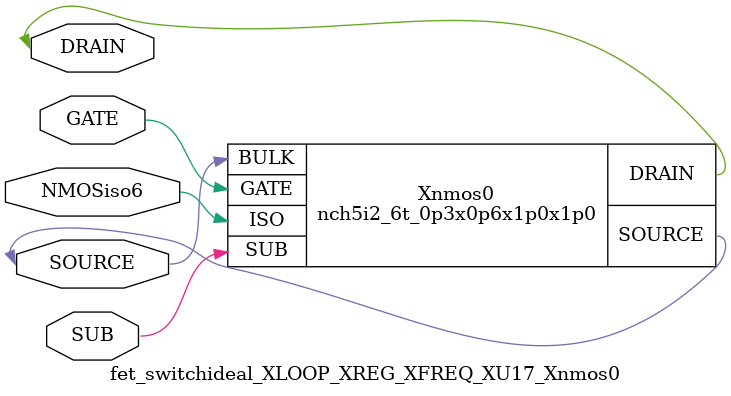
<source format=v>

module nch5i2_6t_0p3x0p6x1p0x1p0 (DRAIN,GATE,SOURCE,ISO,BULK,SUB);
input GATE;
input ISO;
input BULK;
input SUB;
inout SOURCE;
inout DRAIN;
endmodule

//Celera Confidential Do Not Copy fet_switchideal_XLOOP_XREG_XFREQ_XU17_Xnmos0
//Celera Confidential Symbol Generator
//signal NMOS:Ron:10000 Ohm
//Vgs 6V Vds 6V
//Kelvin:no
module fet_switchideal_XLOOP_XREG_XFREQ_XU17_Xnmos0 (GATE,SOURCE,DRAIN,NMOSiso6,SUB);
input GATE;
inout SOURCE;
inout DRAIN;
input SUB;
input NMOSiso6;

//Celera Confidential Do Not Copy nch5i2_6t_0p3x0p6x1p0x1p0
nch5i2_6t_0p3x0p6x1p0x1p0 Xnmos0(
.DRAIN (DRAIN),
.GATE (GATE),
.SOURCE (SOURCE),
.ISO (NMOSiso6),
.BULK (SOURCE),
.SUB (SUB)
);
//,diesize,nch5i2_6t_0p3x0p6x1p0x1p0

//Celera Confidential Do Not Copy Module End
//Celera Schematic Generator
endmodule

</source>
